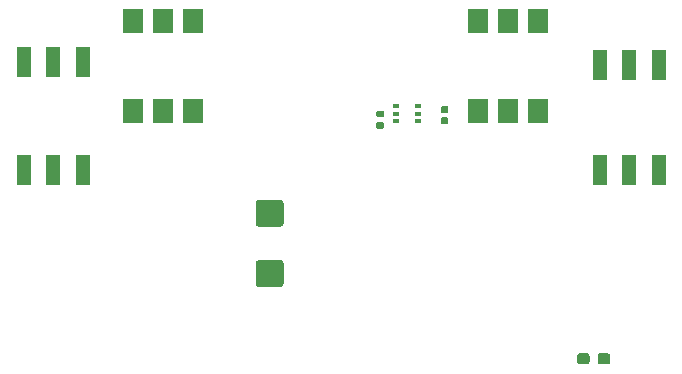
<source format=gbr>
G04 #@! TF.GenerationSoftware,KiCad,Pcbnew,(5.0.2)-1*
G04 #@! TF.CreationDate,2019-03-25T23:56:42-07:00*
G04 #@! TF.ProjectId,SwitcheroModule,53776974-6368-4657-926f-4d6f64756c65,rev?*
G04 #@! TF.SameCoordinates,Original*
G04 #@! TF.FileFunction,Paste,Bot*
G04 #@! TF.FilePolarity,Positive*
%FSLAX46Y46*%
G04 Gerber Fmt 4.6, Leading zero omitted, Abs format (unit mm)*
G04 Created by KiCad (PCBNEW (5.0.2)-1) date 3/25/2019 11:56:42 PM*
%MOMM*%
%LPD*%
G01*
G04 APERTURE LIST*
%ADD10C,0.100000*%
%ADD11C,0.950000*%
%ADD12R,1.780000X2.000000*%
%ADD13C,0.590000*%
%ADD14R,1.250000X2.500000*%
%ADD15R,0.600000X0.420000*%
%ADD16C,2.250000*%
G04 APERTURE END LIST*
D10*
G04 #@! TO.C,C6*
G36*
X231984779Y-57366144D02*
X232007834Y-57369563D01*
X232030443Y-57375227D01*
X232052387Y-57383079D01*
X232073457Y-57393044D01*
X232093448Y-57405026D01*
X232112168Y-57418910D01*
X232129438Y-57434562D01*
X232145090Y-57451832D01*
X232158974Y-57470552D01*
X232170956Y-57490543D01*
X232180921Y-57511613D01*
X232188773Y-57533557D01*
X232194437Y-57556166D01*
X232197856Y-57579221D01*
X232199000Y-57602500D01*
X232199000Y-58077500D01*
X232197856Y-58100779D01*
X232194437Y-58123834D01*
X232188773Y-58146443D01*
X232180921Y-58168387D01*
X232170956Y-58189457D01*
X232158974Y-58209448D01*
X232145090Y-58228168D01*
X232129438Y-58245438D01*
X232112168Y-58261090D01*
X232093448Y-58274974D01*
X232073457Y-58286956D01*
X232052387Y-58296921D01*
X232030443Y-58304773D01*
X232007834Y-58310437D01*
X231984779Y-58313856D01*
X231961500Y-58315000D01*
X231386500Y-58315000D01*
X231363221Y-58313856D01*
X231340166Y-58310437D01*
X231317557Y-58304773D01*
X231295613Y-58296921D01*
X231274543Y-58286956D01*
X231254552Y-58274974D01*
X231235832Y-58261090D01*
X231218562Y-58245438D01*
X231202910Y-58228168D01*
X231189026Y-58209448D01*
X231177044Y-58189457D01*
X231167079Y-58168387D01*
X231159227Y-58146443D01*
X231153563Y-58123834D01*
X231150144Y-58100779D01*
X231149000Y-58077500D01*
X231149000Y-57602500D01*
X231150144Y-57579221D01*
X231153563Y-57556166D01*
X231159227Y-57533557D01*
X231167079Y-57511613D01*
X231177044Y-57490543D01*
X231189026Y-57470552D01*
X231202910Y-57451832D01*
X231218562Y-57434562D01*
X231235832Y-57418910D01*
X231254552Y-57405026D01*
X231274543Y-57393044D01*
X231295613Y-57383079D01*
X231317557Y-57375227D01*
X231340166Y-57369563D01*
X231363221Y-57366144D01*
X231386500Y-57365000D01*
X231961500Y-57365000D01*
X231984779Y-57366144D01*
X231984779Y-57366144D01*
G37*
D11*
X231674000Y-57840000D03*
D10*
G36*
X230234779Y-57366144D02*
X230257834Y-57369563D01*
X230280443Y-57375227D01*
X230302387Y-57383079D01*
X230323457Y-57393044D01*
X230343448Y-57405026D01*
X230362168Y-57418910D01*
X230379438Y-57434562D01*
X230395090Y-57451832D01*
X230408974Y-57470552D01*
X230420956Y-57490543D01*
X230430921Y-57511613D01*
X230438773Y-57533557D01*
X230444437Y-57556166D01*
X230447856Y-57579221D01*
X230449000Y-57602500D01*
X230449000Y-58077500D01*
X230447856Y-58100779D01*
X230444437Y-58123834D01*
X230438773Y-58146443D01*
X230430921Y-58168387D01*
X230420956Y-58189457D01*
X230408974Y-58209448D01*
X230395090Y-58228168D01*
X230379438Y-58245438D01*
X230362168Y-58261090D01*
X230343448Y-58274974D01*
X230323457Y-58286956D01*
X230302387Y-58296921D01*
X230280443Y-58304773D01*
X230257834Y-58310437D01*
X230234779Y-58313856D01*
X230211500Y-58315000D01*
X229636500Y-58315000D01*
X229613221Y-58313856D01*
X229590166Y-58310437D01*
X229567557Y-58304773D01*
X229545613Y-58296921D01*
X229524543Y-58286956D01*
X229504552Y-58274974D01*
X229485832Y-58261090D01*
X229468562Y-58245438D01*
X229452910Y-58228168D01*
X229439026Y-58209448D01*
X229427044Y-58189457D01*
X229417079Y-58168387D01*
X229409227Y-58146443D01*
X229403563Y-58123834D01*
X229400144Y-58100779D01*
X229399000Y-58077500D01*
X229399000Y-57602500D01*
X229400144Y-57579221D01*
X229403563Y-57556166D01*
X229409227Y-57533557D01*
X229417079Y-57511613D01*
X229427044Y-57490543D01*
X229439026Y-57470552D01*
X229452910Y-57451832D01*
X229468562Y-57434562D01*
X229485832Y-57418910D01*
X229504552Y-57405026D01*
X229524543Y-57393044D01*
X229545613Y-57383079D01*
X229567557Y-57375227D01*
X229590166Y-57369563D01*
X229613221Y-57366144D01*
X229636500Y-57365000D01*
X230211500Y-57365000D01*
X230234779Y-57366144D01*
X230234779Y-57366144D01*
G37*
D11*
X229924000Y-57840000D03*
G04 #@! TD*
D12*
G04 #@! TO.C,U11*
X226060000Y-36830000D03*
X220980000Y-29210000D03*
X223520000Y-36830000D03*
X223520000Y-29210000D03*
X220980000Y-36830000D03*
X226060000Y-29210000D03*
G04 #@! TD*
G04 #@! TO.C,U10*
X196850000Y-29210000D03*
X191770000Y-36830000D03*
X194310000Y-29210000D03*
X194310000Y-36830000D03*
X191770000Y-29210000D03*
X196850000Y-36830000D03*
G04 #@! TD*
D10*
G04 #@! TO.C,R5*
G36*
X212911958Y-36812710D02*
X212926276Y-36814834D01*
X212940317Y-36818351D01*
X212953946Y-36823228D01*
X212967031Y-36829417D01*
X212979447Y-36836858D01*
X212991073Y-36845481D01*
X213001798Y-36855202D01*
X213011519Y-36865927D01*
X213020142Y-36877553D01*
X213027583Y-36889969D01*
X213033772Y-36903054D01*
X213038649Y-36916683D01*
X213042166Y-36930724D01*
X213044290Y-36945042D01*
X213045000Y-36959500D01*
X213045000Y-37254500D01*
X213044290Y-37268958D01*
X213042166Y-37283276D01*
X213038649Y-37297317D01*
X213033772Y-37310946D01*
X213027583Y-37324031D01*
X213020142Y-37336447D01*
X213011519Y-37348073D01*
X213001798Y-37358798D01*
X212991073Y-37368519D01*
X212979447Y-37377142D01*
X212967031Y-37384583D01*
X212953946Y-37390772D01*
X212940317Y-37395649D01*
X212926276Y-37399166D01*
X212911958Y-37401290D01*
X212897500Y-37402000D01*
X212552500Y-37402000D01*
X212538042Y-37401290D01*
X212523724Y-37399166D01*
X212509683Y-37395649D01*
X212496054Y-37390772D01*
X212482969Y-37384583D01*
X212470553Y-37377142D01*
X212458927Y-37368519D01*
X212448202Y-37358798D01*
X212438481Y-37348073D01*
X212429858Y-37336447D01*
X212422417Y-37324031D01*
X212416228Y-37310946D01*
X212411351Y-37297317D01*
X212407834Y-37283276D01*
X212405710Y-37268958D01*
X212405000Y-37254500D01*
X212405000Y-36959500D01*
X212405710Y-36945042D01*
X212407834Y-36930724D01*
X212411351Y-36916683D01*
X212416228Y-36903054D01*
X212422417Y-36889969D01*
X212429858Y-36877553D01*
X212438481Y-36865927D01*
X212448202Y-36855202D01*
X212458927Y-36845481D01*
X212470553Y-36836858D01*
X212482969Y-36829417D01*
X212496054Y-36823228D01*
X212509683Y-36818351D01*
X212523724Y-36814834D01*
X212538042Y-36812710D01*
X212552500Y-36812000D01*
X212897500Y-36812000D01*
X212911958Y-36812710D01*
X212911958Y-36812710D01*
G37*
D13*
X212725000Y-37107000D03*
D10*
G36*
X212911958Y-37782710D02*
X212926276Y-37784834D01*
X212940317Y-37788351D01*
X212953946Y-37793228D01*
X212967031Y-37799417D01*
X212979447Y-37806858D01*
X212991073Y-37815481D01*
X213001798Y-37825202D01*
X213011519Y-37835927D01*
X213020142Y-37847553D01*
X213027583Y-37859969D01*
X213033772Y-37873054D01*
X213038649Y-37886683D01*
X213042166Y-37900724D01*
X213044290Y-37915042D01*
X213045000Y-37929500D01*
X213045000Y-38224500D01*
X213044290Y-38238958D01*
X213042166Y-38253276D01*
X213038649Y-38267317D01*
X213033772Y-38280946D01*
X213027583Y-38294031D01*
X213020142Y-38306447D01*
X213011519Y-38318073D01*
X213001798Y-38328798D01*
X212991073Y-38338519D01*
X212979447Y-38347142D01*
X212967031Y-38354583D01*
X212953946Y-38360772D01*
X212940317Y-38365649D01*
X212926276Y-38369166D01*
X212911958Y-38371290D01*
X212897500Y-38372000D01*
X212552500Y-38372000D01*
X212538042Y-38371290D01*
X212523724Y-38369166D01*
X212509683Y-38365649D01*
X212496054Y-38360772D01*
X212482969Y-38354583D01*
X212470553Y-38347142D01*
X212458927Y-38338519D01*
X212448202Y-38328798D01*
X212438481Y-38318073D01*
X212429858Y-38306447D01*
X212422417Y-38294031D01*
X212416228Y-38280946D01*
X212411351Y-38267317D01*
X212407834Y-38253276D01*
X212405710Y-38238958D01*
X212405000Y-38224500D01*
X212405000Y-37929500D01*
X212405710Y-37915042D01*
X212407834Y-37900724D01*
X212411351Y-37886683D01*
X212416228Y-37873054D01*
X212422417Y-37859969D01*
X212429858Y-37847553D01*
X212438481Y-37835927D01*
X212448202Y-37825202D01*
X212458927Y-37815481D01*
X212470553Y-37806858D01*
X212482969Y-37799417D01*
X212496054Y-37793228D01*
X212509683Y-37788351D01*
X212523724Y-37784834D01*
X212538042Y-37782710D01*
X212552500Y-37782000D01*
X212897500Y-37782000D01*
X212911958Y-37782710D01*
X212911958Y-37782710D01*
G37*
D13*
X212725000Y-38077000D03*
G04 #@! TD*
D10*
G04 #@! TO.C,R6*
G36*
X218372958Y-36431710D02*
X218387276Y-36433834D01*
X218401317Y-36437351D01*
X218414946Y-36442228D01*
X218428031Y-36448417D01*
X218440447Y-36455858D01*
X218452073Y-36464481D01*
X218462798Y-36474202D01*
X218472519Y-36484927D01*
X218481142Y-36496553D01*
X218488583Y-36508969D01*
X218494772Y-36522054D01*
X218499649Y-36535683D01*
X218503166Y-36549724D01*
X218505290Y-36564042D01*
X218506000Y-36578500D01*
X218506000Y-36873500D01*
X218505290Y-36887958D01*
X218503166Y-36902276D01*
X218499649Y-36916317D01*
X218494772Y-36929946D01*
X218488583Y-36943031D01*
X218481142Y-36955447D01*
X218472519Y-36967073D01*
X218462798Y-36977798D01*
X218452073Y-36987519D01*
X218440447Y-36996142D01*
X218428031Y-37003583D01*
X218414946Y-37009772D01*
X218401317Y-37014649D01*
X218387276Y-37018166D01*
X218372958Y-37020290D01*
X218358500Y-37021000D01*
X218013500Y-37021000D01*
X217999042Y-37020290D01*
X217984724Y-37018166D01*
X217970683Y-37014649D01*
X217957054Y-37009772D01*
X217943969Y-37003583D01*
X217931553Y-36996142D01*
X217919927Y-36987519D01*
X217909202Y-36977798D01*
X217899481Y-36967073D01*
X217890858Y-36955447D01*
X217883417Y-36943031D01*
X217877228Y-36929946D01*
X217872351Y-36916317D01*
X217868834Y-36902276D01*
X217866710Y-36887958D01*
X217866000Y-36873500D01*
X217866000Y-36578500D01*
X217866710Y-36564042D01*
X217868834Y-36549724D01*
X217872351Y-36535683D01*
X217877228Y-36522054D01*
X217883417Y-36508969D01*
X217890858Y-36496553D01*
X217899481Y-36484927D01*
X217909202Y-36474202D01*
X217919927Y-36464481D01*
X217931553Y-36455858D01*
X217943969Y-36448417D01*
X217957054Y-36442228D01*
X217970683Y-36437351D01*
X217984724Y-36433834D01*
X217999042Y-36431710D01*
X218013500Y-36431000D01*
X218358500Y-36431000D01*
X218372958Y-36431710D01*
X218372958Y-36431710D01*
G37*
D13*
X218186000Y-36726000D03*
D10*
G36*
X218372958Y-37401710D02*
X218387276Y-37403834D01*
X218401317Y-37407351D01*
X218414946Y-37412228D01*
X218428031Y-37418417D01*
X218440447Y-37425858D01*
X218452073Y-37434481D01*
X218462798Y-37444202D01*
X218472519Y-37454927D01*
X218481142Y-37466553D01*
X218488583Y-37478969D01*
X218494772Y-37492054D01*
X218499649Y-37505683D01*
X218503166Y-37519724D01*
X218505290Y-37534042D01*
X218506000Y-37548500D01*
X218506000Y-37843500D01*
X218505290Y-37857958D01*
X218503166Y-37872276D01*
X218499649Y-37886317D01*
X218494772Y-37899946D01*
X218488583Y-37913031D01*
X218481142Y-37925447D01*
X218472519Y-37937073D01*
X218462798Y-37947798D01*
X218452073Y-37957519D01*
X218440447Y-37966142D01*
X218428031Y-37973583D01*
X218414946Y-37979772D01*
X218401317Y-37984649D01*
X218387276Y-37988166D01*
X218372958Y-37990290D01*
X218358500Y-37991000D01*
X218013500Y-37991000D01*
X217999042Y-37990290D01*
X217984724Y-37988166D01*
X217970683Y-37984649D01*
X217957054Y-37979772D01*
X217943969Y-37973583D01*
X217931553Y-37966142D01*
X217919927Y-37957519D01*
X217909202Y-37947798D01*
X217899481Y-37937073D01*
X217890858Y-37925447D01*
X217883417Y-37913031D01*
X217877228Y-37899946D01*
X217872351Y-37886317D01*
X217868834Y-37872276D01*
X217866710Y-37857958D01*
X217866000Y-37843500D01*
X217866000Y-37548500D01*
X217866710Y-37534042D01*
X217868834Y-37519724D01*
X217872351Y-37505683D01*
X217877228Y-37492054D01*
X217883417Y-37478969D01*
X217890858Y-37466553D01*
X217899481Y-37454927D01*
X217909202Y-37444202D01*
X217919927Y-37434481D01*
X217931553Y-37425858D01*
X217943969Y-37418417D01*
X217957054Y-37412228D01*
X217970683Y-37407351D01*
X217984724Y-37403834D01*
X217999042Y-37401710D01*
X218013500Y-37401000D01*
X218358500Y-37401000D01*
X218372958Y-37401710D01*
X218372958Y-37401710D01*
G37*
D13*
X218186000Y-37696000D03*
G04 #@! TD*
D14*
G04 #@! TO.C,S2*
X231305069Y-41808858D03*
X233805069Y-41808858D03*
X236305069Y-41808858D03*
G04 #@! TD*
G04 #@! TO.C,S4*
X182539000Y-32722000D03*
X185039000Y-32722000D03*
X187539000Y-32722000D03*
G04 #@! TD*
G04 #@! TO.C,S1*
X187539000Y-41866000D03*
X185039000Y-41866000D03*
X182539000Y-41866000D03*
G04 #@! TD*
G04 #@! TO.C,S3*
X236305069Y-32918858D03*
X233805069Y-32918858D03*
X231305069Y-32918858D03*
G04 #@! TD*
D15*
G04 #@! TO.C,Q1*
X215961000Y-37734000D03*
X215961000Y-37084000D03*
X215961000Y-36434000D03*
X214061000Y-37734000D03*
X214061000Y-37084000D03*
X214061000Y-36434000D03*
G04 #@! TD*
D10*
G04 #@! TO.C,C7*
G36*
X204316505Y-49487204D02*
X204340773Y-49490804D01*
X204364572Y-49496765D01*
X204387671Y-49505030D01*
X204409850Y-49515520D01*
X204430893Y-49528132D01*
X204450599Y-49542747D01*
X204468777Y-49559223D01*
X204485253Y-49577401D01*
X204499868Y-49597107D01*
X204512480Y-49618150D01*
X204522970Y-49640329D01*
X204531235Y-49663428D01*
X204537196Y-49687227D01*
X204540796Y-49711495D01*
X204542000Y-49735999D01*
X204542000Y-51486001D01*
X204540796Y-51510505D01*
X204537196Y-51534773D01*
X204531235Y-51558572D01*
X204522970Y-51581671D01*
X204512480Y-51603850D01*
X204499868Y-51624893D01*
X204485253Y-51644599D01*
X204468777Y-51662777D01*
X204450599Y-51679253D01*
X204430893Y-51693868D01*
X204409850Y-51706480D01*
X204387671Y-51716970D01*
X204364572Y-51725235D01*
X204340773Y-51731196D01*
X204316505Y-51734796D01*
X204292001Y-51736000D01*
X202441999Y-51736000D01*
X202417495Y-51734796D01*
X202393227Y-51731196D01*
X202369428Y-51725235D01*
X202346329Y-51716970D01*
X202324150Y-51706480D01*
X202303107Y-51693868D01*
X202283401Y-51679253D01*
X202265223Y-51662777D01*
X202248747Y-51644599D01*
X202234132Y-51624893D01*
X202221520Y-51603850D01*
X202211030Y-51581671D01*
X202202765Y-51558572D01*
X202196804Y-51534773D01*
X202193204Y-51510505D01*
X202192000Y-51486001D01*
X202192000Y-49735999D01*
X202193204Y-49711495D01*
X202196804Y-49687227D01*
X202202765Y-49663428D01*
X202211030Y-49640329D01*
X202221520Y-49618150D01*
X202234132Y-49597107D01*
X202248747Y-49577401D01*
X202265223Y-49559223D01*
X202283401Y-49542747D01*
X202303107Y-49528132D01*
X202324150Y-49515520D01*
X202346329Y-49505030D01*
X202369428Y-49496765D01*
X202393227Y-49490804D01*
X202417495Y-49487204D01*
X202441999Y-49486000D01*
X204292001Y-49486000D01*
X204316505Y-49487204D01*
X204316505Y-49487204D01*
G37*
D16*
X203367000Y-50611000D03*
D10*
G36*
X204316505Y-44387204D02*
X204340773Y-44390804D01*
X204364572Y-44396765D01*
X204387671Y-44405030D01*
X204409850Y-44415520D01*
X204430893Y-44428132D01*
X204450599Y-44442747D01*
X204468777Y-44459223D01*
X204485253Y-44477401D01*
X204499868Y-44497107D01*
X204512480Y-44518150D01*
X204522970Y-44540329D01*
X204531235Y-44563428D01*
X204537196Y-44587227D01*
X204540796Y-44611495D01*
X204542000Y-44635999D01*
X204542000Y-46386001D01*
X204540796Y-46410505D01*
X204537196Y-46434773D01*
X204531235Y-46458572D01*
X204522970Y-46481671D01*
X204512480Y-46503850D01*
X204499868Y-46524893D01*
X204485253Y-46544599D01*
X204468777Y-46562777D01*
X204450599Y-46579253D01*
X204430893Y-46593868D01*
X204409850Y-46606480D01*
X204387671Y-46616970D01*
X204364572Y-46625235D01*
X204340773Y-46631196D01*
X204316505Y-46634796D01*
X204292001Y-46636000D01*
X202441999Y-46636000D01*
X202417495Y-46634796D01*
X202393227Y-46631196D01*
X202369428Y-46625235D01*
X202346329Y-46616970D01*
X202324150Y-46606480D01*
X202303107Y-46593868D01*
X202283401Y-46579253D01*
X202265223Y-46562777D01*
X202248747Y-46544599D01*
X202234132Y-46524893D01*
X202221520Y-46503850D01*
X202211030Y-46481671D01*
X202202765Y-46458572D01*
X202196804Y-46434773D01*
X202193204Y-46410505D01*
X202192000Y-46386001D01*
X202192000Y-44635999D01*
X202193204Y-44611495D01*
X202196804Y-44587227D01*
X202202765Y-44563428D01*
X202211030Y-44540329D01*
X202221520Y-44518150D01*
X202234132Y-44497107D01*
X202248747Y-44477401D01*
X202265223Y-44459223D01*
X202283401Y-44442747D01*
X202303107Y-44428132D01*
X202324150Y-44415520D01*
X202346329Y-44405030D01*
X202369428Y-44396765D01*
X202393227Y-44390804D01*
X202417495Y-44387204D01*
X202441999Y-44386000D01*
X204292001Y-44386000D01*
X204316505Y-44387204D01*
X204316505Y-44387204D01*
G37*
D16*
X203367000Y-45511000D03*
G04 #@! TD*
M02*

</source>
